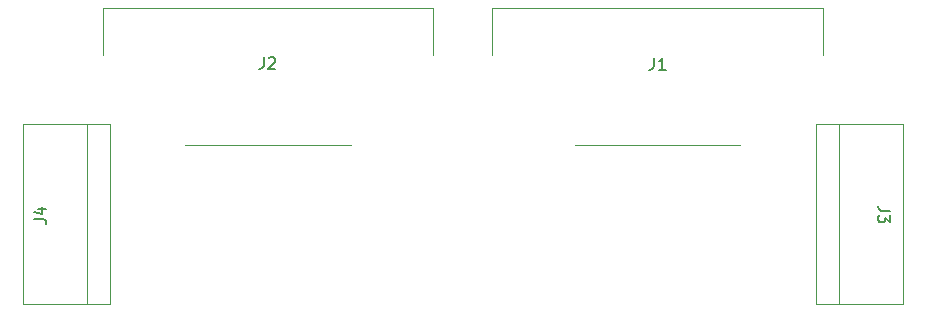
<source format=gbr>
%TF.GenerationSoftware,KiCad,Pcbnew,(6.0.10)*%
%TF.CreationDate,2023-01-06T10:26:07+00:00*%
%TF.ProjectId,USB,5553422e-6b69-4636-9164-5f7063625858,rev?*%
%TF.SameCoordinates,Original*%
%TF.FileFunction,Legend,Top*%
%TF.FilePolarity,Positive*%
%FSLAX46Y46*%
G04 Gerber Fmt 4.6, Leading zero omitted, Abs format (unit mm)*
G04 Created by KiCad (PCBNEW (6.0.10)) date 2023-01-06 10:26:07*
%MOMM*%
%LPD*%
G01*
G04 APERTURE LIST*
%ADD10C,0.150000*%
%ADD11C,0.120000*%
G04 APERTURE END LIST*
D10*
%TO.C,J4*%
X122302380Y-135623333D02*
X123016666Y-135623333D01*
X123159523Y-135670952D01*
X123254761Y-135766190D01*
X123302380Y-135909047D01*
X123302380Y-136004285D01*
X122635714Y-134718571D02*
X123302380Y-134718571D01*
X122254761Y-134956666D02*
X122969047Y-135194761D01*
X122969047Y-134575714D01*
%TO.C,J1*%
X174736666Y-121952380D02*
X174736666Y-122666666D01*
X174689047Y-122809523D01*
X174593809Y-122904761D01*
X174450952Y-122952380D01*
X174355714Y-122952380D01*
X175736666Y-122952380D02*
X175165238Y-122952380D01*
X175450952Y-122952380D02*
X175450952Y-121952380D01*
X175355714Y-122095238D01*
X175260476Y-122190476D01*
X175165238Y-122238095D01*
%TO.C,J3*%
X194717619Y-134876666D02*
X194003333Y-134876666D01*
X193860476Y-134829047D01*
X193765238Y-134733809D01*
X193717619Y-134590952D01*
X193717619Y-134495714D01*
X194717619Y-135257619D02*
X194717619Y-135876666D01*
X194336666Y-135543333D01*
X194336666Y-135686190D01*
X194289047Y-135781428D01*
X194241428Y-135829047D01*
X194146190Y-135876666D01*
X193908095Y-135876666D01*
X193812857Y-135829047D01*
X193765238Y-135781428D01*
X193717619Y-135686190D01*
X193717619Y-135400476D01*
X193765238Y-135305238D01*
X193812857Y-135257619D01*
%TO.C,J2*%
X141706666Y-121892380D02*
X141706666Y-122606666D01*
X141659047Y-122749523D01*
X141563809Y-122844761D01*
X141420952Y-122892380D01*
X141325714Y-122892380D01*
X142135238Y-121987619D02*
X142182857Y-121940000D01*
X142278095Y-121892380D01*
X142516190Y-121892380D01*
X142611428Y-121940000D01*
X142659047Y-121987619D01*
X142706666Y-122082857D01*
X142706666Y-122178095D01*
X142659047Y-122320952D01*
X142087619Y-122892380D01*
X142706666Y-122892380D01*
D11*
%TO.C,J4*%
X128710000Y-142775000D02*
X126710000Y-142775000D01*
X126710000Y-142775000D02*
X126710000Y-127545000D01*
X126710000Y-127545000D02*
X128710000Y-127545000D01*
X128710000Y-127545000D02*
X128710000Y-142775000D01*
X128710000Y-142775000D02*
X121310000Y-142775000D01*
X121310000Y-142775000D02*
X121310000Y-127545000D01*
X121310000Y-127545000D02*
X128710000Y-127545000D01*
X128710000Y-127545000D02*
X128710000Y-142775000D01*
%TO.C,J1*%
X161070000Y-117700000D02*
X161070000Y-121700000D01*
X189070000Y-117700000D02*
X189070000Y-121700000D01*
X168070000Y-129345000D02*
X182070000Y-129345000D01*
X161070000Y-117700000D02*
X189070000Y-117700000D01*
%TO.C,J3*%
X188430000Y-127545000D02*
X190430000Y-127545000D01*
X190430000Y-127545000D02*
X190430000Y-142775000D01*
X190430000Y-142775000D02*
X188430000Y-142775000D01*
X188430000Y-142775000D02*
X188430000Y-127545000D01*
X188430000Y-127545000D02*
X195830000Y-127545000D01*
X195830000Y-127545000D02*
X195830000Y-142775000D01*
X195830000Y-142775000D02*
X188430000Y-142775000D01*
X188430000Y-142775000D02*
X188430000Y-127545000D01*
%TO.C,J2*%
X128070000Y-117700000D02*
X128070000Y-121700000D01*
X135070000Y-129345000D02*
X149070000Y-129345000D01*
X128070000Y-117700000D02*
X156070000Y-117700000D01*
X156070000Y-117700000D02*
X156070000Y-121700000D01*
%TD*%
M02*

</source>
